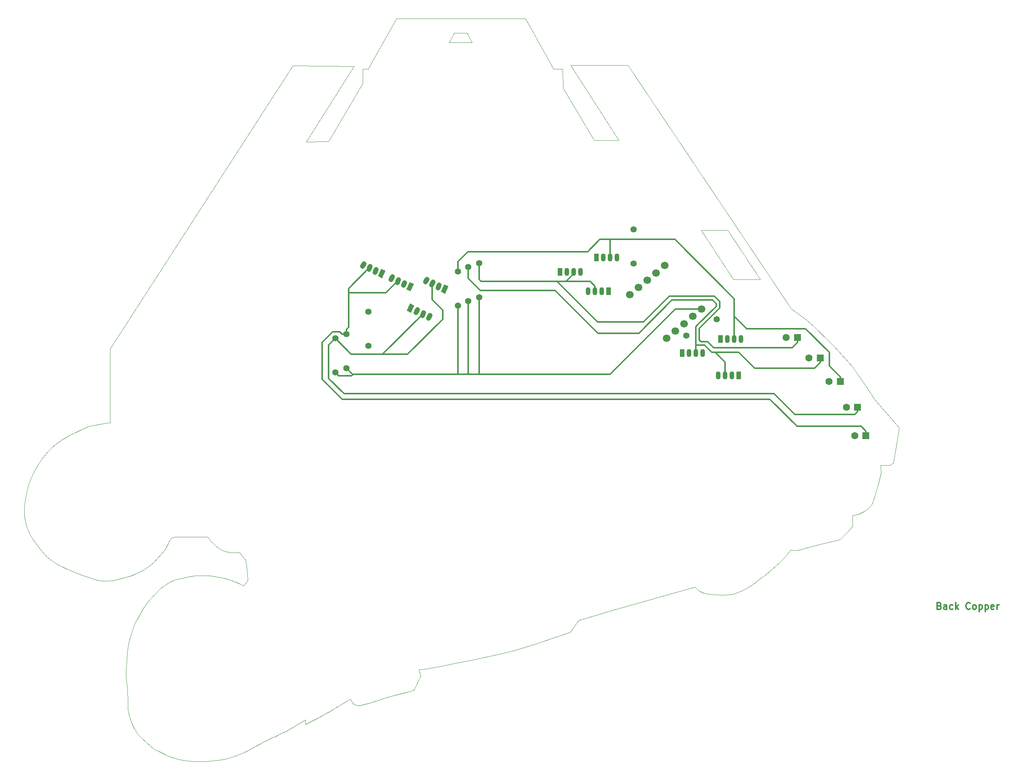
<source format=gbr>
G04 #@! TF.GenerationSoftware,KiCad,Pcbnew,(5.1.0)-1*
G04 #@! TF.CreationDate,2019-07-07T13:32:37-05:00*
G04 #@! TF.ProjectId,3000_Society_Badge_K5,33303030-5f53-46f6-9369-6574795f4261,2*
G04 #@! TF.SameCoordinates,Original*
G04 #@! TF.FileFunction,Copper,L2,Bot*
G04 #@! TF.FilePolarity,Positive*
%FSLAX46Y46*%
G04 Gerber Fmt 4.6, Leading zero omitted, Abs format (unit mm)*
G04 Created by KiCad (PCBNEW (5.1.0)-1) date 2019-07-07 13:32:37*
%MOMM*%
%LPD*%
G04 APERTURE LIST*
G04 #@! TA.AperFunction,NonConductor*
%ADD10C,0.050000*%
G04 #@! TD*
G04 #@! TA.AperFunction,NonConductor*
%ADD11C,0.300000*%
G04 #@! TD*
G04 #@! TA.AperFunction,NonConductor*
%ADD12C,0.036000*%
G04 #@! TD*
G04 #@! TA.AperFunction,ComponentPad*
%ADD13C,1.400000*%
G04 #@! TD*
G04 #@! TA.AperFunction,ComponentPad*
%ADD14C,1.600000*%
G04 #@! TD*
G04 #@! TA.AperFunction,ComponentPad*
%ADD15R,1.600000X1.600000*%
G04 #@! TD*
G04 #@! TA.AperFunction,ComponentPad*
%ADD16O,1.070000X1.800000*%
G04 #@! TD*
G04 #@! TA.AperFunction,ComponentPad*
%ADD17R,1.070000X1.800000*%
G04 #@! TD*
G04 #@! TA.AperFunction,ComponentPad*
%ADD18C,1.070000*%
G04 #@! TD*
G04 #@! TA.AperFunction,Conductor*
%ADD19C,1.070000*%
G04 #@! TD*
G04 #@! TA.AperFunction,Conductor*
%ADD20C,0.100000*%
G04 #@! TD*
G04 #@! TA.AperFunction,ComponentPad*
%ADD21C,1.700000*%
G04 #@! TD*
G04 #@! TA.AperFunction,Conductor*
%ADD22C,0.350000*%
G04 #@! TD*
G04 APERTURE END LIST*
D10*
X208220000Y-78910000D02*
X202213905Y-78911379D01*
X201006095Y-67888621D02*
X208220000Y-78910000D01*
X195010000Y-67890000D02*
X201006095Y-67888621D01*
X202213905Y-78911379D02*
X195010000Y-67890000D01*
X138800000Y-26000000D02*
X139900000Y-23900000D01*
X143900000Y-26000000D02*
X138800000Y-26000000D01*
X142800000Y-23900000D02*
X143900000Y-26000000D01*
X139900000Y-23900000D02*
X142800000Y-23900000D01*
D11*
X248222285Y-151784857D02*
X248436571Y-151856285D01*
X248508000Y-151927714D01*
X248579428Y-152070571D01*
X248579428Y-152284857D01*
X248508000Y-152427714D01*
X248436571Y-152499142D01*
X248293714Y-152570571D01*
X247722285Y-152570571D01*
X247722285Y-151070571D01*
X248222285Y-151070571D01*
X248365142Y-151142000D01*
X248436571Y-151213428D01*
X248508000Y-151356285D01*
X248508000Y-151499142D01*
X248436571Y-151642000D01*
X248365142Y-151713428D01*
X248222285Y-151784857D01*
X247722285Y-151784857D01*
X249865142Y-152570571D02*
X249865142Y-151784857D01*
X249793714Y-151642000D01*
X249650857Y-151570571D01*
X249365142Y-151570571D01*
X249222285Y-151642000D01*
X249865142Y-152499142D02*
X249722285Y-152570571D01*
X249365142Y-152570571D01*
X249222285Y-152499142D01*
X249150857Y-152356285D01*
X249150857Y-152213428D01*
X249222285Y-152070571D01*
X249365142Y-151999142D01*
X249722285Y-151999142D01*
X249865142Y-151927714D01*
X251222285Y-152499142D02*
X251079428Y-152570571D01*
X250793714Y-152570571D01*
X250650857Y-152499142D01*
X250579428Y-152427714D01*
X250508000Y-152284857D01*
X250508000Y-151856285D01*
X250579428Y-151713428D01*
X250650857Y-151642000D01*
X250793714Y-151570571D01*
X251079428Y-151570571D01*
X251222285Y-151642000D01*
X251865142Y-152570571D02*
X251865142Y-151070571D01*
X252008000Y-151999142D02*
X252436571Y-152570571D01*
X252436571Y-151570571D02*
X251865142Y-152142000D01*
X255079428Y-152427714D02*
X255008000Y-152499142D01*
X254793714Y-152570571D01*
X254650857Y-152570571D01*
X254436571Y-152499142D01*
X254293714Y-152356285D01*
X254222285Y-152213428D01*
X254150857Y-151927714D01*
X254150857Y-151713428D01*
X254222285Y-151427714D01*
X254293714Y-151284857D01*
X254436571Y-151142000D01*
X254650857Y-151070571D01*
X254793714Y-151070571D01*
X255008000Y-151142000D01*
X255079428Y-151213428D01*
X255936571Y-152570571D02*
X255793714Y-152499142D01*
X255722285Y-152427714D01*
X255650857Y-152284857D01*
X255650857Y-151856285D01*
X255722285Y-151713428D01*
X255793714Y-151642000D01*
X255936571Y-151570571D01*
X256150857Y-151570571D01*
X256293714Y-151642000D01*
X256365142Y-151713428D01*
X256436571Y-151856285D01*
X256436571Y-152284857D01*
X256365142Y-152427714D01*
X256293714Y-152499142D01*
X256150857Y-152570571D01*
X255936571Y-152570571D01*
X257079428Y-151570571D02*
X257079428Y-153070571D01*
X257079428Y-151642000D02*
X257222285Y-151570571D01*
X257508000Y-151570571D01*
X257650857Y-151642000D01*
X257722285Y-151713428D01*
X257793714Y-151856285D01*
X257793714Y-152284857D01*
X257722285Y-152427714D01*
X257650857Y-152499142D01*
X257508000Y-152570571D01*
X257222285Y-152570571D01*
X257079428Y-152499142D01*
X258436571Y-151570571D02*
X258436571Y-153070571D01*
X258436571Y-151642000D02*
X258579428Y-151570571D01*
X258865142Y-151570571D01*
X259008000Y-151642000D01*
X259079428Y-151713428D01*
X259150857Y-151856285D01*
X259150857Y-152284857D01*
X259079428Y-152427714D01*
X259008000Y-152499142D01*
X258865142Y-152570571D01*
X258579428Y-152570571D01*
X258436571Y-152499142D01*
X260365142Y-152499142D02*
X260222285Y-152570571D01*
X259936571Y-152570571D01*
X259793714Y-152499142D01*
X259722285Y-152356285D01*
X259722285Y-151784857D01*
X259793714Y-151642000D01*
X259936571Y-151570571D01*
X260222285Y-151570571D01*
X260365142Y-151642000D01*
X260436571Y-151784857D01*
X260436571Y-151927714D01*
X259722285Y-152070571D01*
X261079428Y-152570571D02*
X261079428Y-151570571D01*
X261079428Y-151856285D02*
X261150857Y-151713428D01*
X261222285Y-151642000D01*
X261365142Y-151570571D01*
X261508000Y-151570571D01*
D12*
X72909999Y-183773750D02*
X73142500Y-183905001D01*
X78576248Y-186098751D02*
X80222499Y-186398750D01*
X66921248Y-169810625D02*
X67022500Y-171211251D01*
X69129999Y-180117500D02*
X69253749Y-180338751D01*
X93640000Y-184235000D02*
X94419999Y-183822500D01*
X66938125Y-162380000D02*
X66825625Y-164196875D01*
X71260000Y-182307501D02*
X72909999Y-183773750D01*
X92492500Y-184741250D02*
X93126249Y-184490001D01*
X68286249Y-178643750D02*
X68679999Y-179322500D01*
X90234999Y-185592501D02*
X91735000Y-185041251D01*
X67146248Y-172628751D02*
X67135000Y-172906250D01*
X68265625Y-156715625D02*
X67928125Y-157756251D01*
X69795625Y-153695000D02*
X69503125Y-154229375D01*
X67135000Y-172906250D02*
X67078748Y-174650000D01*
X91735000Y-185041251D02*
X92492500Y-184741250D01*
X88802500Y-186005000D02*
X90234999Y-185592501D01*
X70183748Y-181295001D02*
X71260000Y-182307501D01*
X67078748Y-174650000D02*
X67127499Y-174905001D01*
X80222499Y-186398750D02*
X81778750Y-186511250D01*
X73967499Y-184280000D02*
X75535000Y-185037500D01*
X67022500Y-171211251D02*
X67146248Y-172628751D01*
X69503125Y-154229375D02*
X69193748Y-154780625D01*
X66696248Y-167290625D02*
X66797500Y-168297500D01*
X69193748Y-154780625D02*
X68839375Y-155410625D01*
X67558750Y-176817501D02*
X68027499Y-178137500D01*
X68027499Y-178137500D02*
X68286249Y-178643750D01*
X68839375Y-155410625D02*
X68490625Y-156181252D01*
X67050625Y-161609375D02*
X66938125Y-162380000D01*
X67630000Y-158853125D02*
X67410625Y-159680000D01*
X84474999Y-186511250D02*
X87058748Y-186316250D01*
X99332500Y-181227501D02*
X99868750Y-180983750D01*
X68679999Y-179322500D02*
X69129999Y-180117500D01*
X81778750Y-186511250D02*
X84474999Y-186511250D01*
X75958749Y-185236250D02*
X78576248Y-186098751D01*
X66696248Y-166868751D02*
X66696248Y-167290625D01*
X66825625Y-164196875D02*
X66713125Y-166334375D01*
X68490625Y-156181252D02*
X68265625Y-156715625D01*
X73142500Y-183905001D02*
X73967499Y-184280000D01*
X100600000Y-180657500D02*
X101290000Y-180301250D01*
X67410625Y-159680000D02*
X67050625Y-161609375D01*
X95946248Y-182963750D02*
X96767500Y-182525000D01*
X100206250Y-180826250D02*
X100600000Y-180657500D01*
X99868750Y-180983750D02*
X100206250Y-180826250D01*
X98706249Y-181516250D02*
X99332500Y-181227501D01*
X66797500Y-168297500D02*
X66921248Y-169810625D01*
X98064999Y-181850000D02*
X98706249Y-181516250D01*
X97442500Y-182161251D02*
X98064999Y-181850000D01*
X96767500Y-182525000D02*
X97442500Y-182161251D01*
X87058748Y-186316250D02*
X88802500Y-186005000D01*
X95158748Y-183410001D02*
X95946248Y-182963750D01*
X67127499Y-174905001D02*
X67558750Y-176817501D01*
X67928125Y-157756251D02*
X67630000Y-158853125D01*
X94419999Y-183822500D02*
X95158748Y-183410001D01*
X93126249Y-184490001D02*
X93640000Y-184235000D01*
X75535000Y-185037500D02*
X75958749Y-185236250D01*
X66713125Y-166334375D02*
X66696248Y-166868751D01*
X69253749Y-180338751D02*
X70183748Y-181295001D01*
X75938125Y-146826875D02*
X75561248Y-147080000D01*
X80663125Y-145291252D02*
X79498748Y-145516252D01*
X82063748Y-145060625D02*
X81715000Y-145105625D01*
X87188125Y-138755000D02*
X87694375Y-139109375D01*
X84932500Y-145049375D02*
X84043748Y-145010000D01*
X76742500Y-136730000D02*
X76883125Y-136634375D01*
X87750625Y-145426252D02*
X86878748Y-145285625D01*
X86743748Y-138400625D02*
X87188125Y-138755000D01*
X89134375Y-139711252D02*
X89612500Y-139823752D01*
X92515000Y-147085625D02*
X91896248Y-146793125D01*
X85331875Y-136926875D02*
X85686248Y-137388125D01*
X88594375Y-145606252D02*
X87750625Y-145426252D01*
X93752500Y-144610625D02*
X93893125Y-146146252D01*
X90068125Y-146090000D02*
X89325625Y-145831252D01*
X77788748Y-136398125D02*
X80207500Y-136409375D01*
X91896248Y-146793125D02*
X91406875Y-146579375D01*
X87694375Y-139109375D02*
X88105000Y-139362500D01*
X76883125Y-136634375D02*
X77096875Y-136550000D01*
X93893125Y-146146252D02*
X92981875Y-147321875D01*
X91980625Y-139868752D02*
X93482500Y-141685625D01*
X89753125Y-139863125D02*
X91553125Y-139880000D01*
X85686248Y-137388125D02*
X86006875Y-137714375D01*
X77501875Y-136426252D02*
X77788748Y-136398125D01*
X84960625Y-136392500D02*
X85123748Y-136662500D01*
X76849375Y-146337500D02*
X75938125Y-146826875D01*
X90715000Y-146315000D02*
X90068125Y-146090000D01*
X77096875Y-136550000D02*
X77293748Y-136482500D01*
X71415625Y-151169375D02*
X70965625Y-151816252D01*
X76601875Y-136904375D02*
X76742500Y-136730000D01*
X91553125Y-139880000D02*
X91980625Y-139868752D01*
X74503748Y-147867500D02*
X74222500Y-148120625D01*
X75561248Y-147080000D02*
X75083125Y-147417500D01*
X77614375Y-145971875D02*
X77203748Y-146168752D01*
X79498748Y-145516252D02*
X78193748Y-145797500D01*
X88751875Y-139598752D02*
X89134375Y-139711252D01*
X86006875Y-137714375D02*
X86400625Y-138119375D01*
X81715000Y-145105625D02*
X80663125Y-145291252D01*
X85123748Y-136662500D02*
X85331875Y-136926875D01*
X93482500Y-141685625D02*
X93752500Y-144610625D01*
X70150000Y-153048125D02*
X69795625Y-153695000D01*
X80207500Y-136409375D02*
X84960625Y-136392500D01*
X89612500Y-139823752D02*
X89753125Y-139863125D01*
X70543748Y-152418125D02*
X70150000Y-153048125D01*
X70965625Y-151816252D02*
X70543748Y-152418125D01*
X71978125Y-150466252D02*
X71415625Y-151169375D01*
X72591248Y-149780000D02*
X71978125Y-150466252D01*
X86400625Y-138119375D02*
X86743748Y-138400625D01*
X73001875Y-149335625D02*
X72591248Y-149780000D01*
X86878748Y-145285625D02*
X85309375Y-145077500D01*
X73705000Y-148626875D02*
X73001875Y-149335625D01*
X74222500Y-148120625D02*
X73705000Y-148626875D01*
X85309375Y-145077500D02*
X84932500Y-145049375D01*
X88386248Y-139475000D02*
X88751875Y-139598752D01*
X89325625Y-145831252D02*
X88594375Y-145606252D01*
X76444375Y-137185625D02*
X76601875Y-136904375D01*
X88105000Y-139362500D02*
X88386248Y-139475000D01*
X75083125Y-147417500D02*
X74503748Y-147867500D01*
X92981875Y-147321875D02*
X92515000Y-147085625D01*
X84043748Y-145010000D02*
X82862500Y-145021252D01*
X78193748Y-145797500D02*
X77614375Y-145971875D01*
X77203748Y-146168752D02*
X76849375Y-146337500D01*
X82862500Y-145021252D02*
X82063748Y-145060625D01*
X91406875Y-146579375D02*
X90715000Y-146315000D01*
X77293748Y-136482500D02*
X77501875Y-136426252D01*
X44393125Y-133681252D02*
X44488750Y-133996252D01*
X44590000Y-126188752D02*
X44252500Y-127881875D01*
X71100625Y-143440625D02*
X71590000Y-143131252D01*
X75544375Y-138980000D02*
X75853748Y-138434375D01*
X73710625Y-141185000D02*
X74554375Y-140228752D01*
X44843125Y-134918752D02*
X45304375Y-135897500D01*
X76264375Y-137534375D02*
X76444375Y-137185625D01*
X49191249Y-140988125D02*
X49596249Y-141320000D01*
X49247500Y-117395000D02*
X48325000Y-118430000D01*
X76095625Y-137928125D02*
X76264375Y-137534375D01*
X63585625Y-146180000D02*
X64260625Y-146028125D01*
X55609375Y-144470000D02*
X56953749Y-144976252D01*
X44044375Y-131560625D02*
X44196250Y-132556252D01*
X72844375Y-142056875D02*
X73710625Y-141185000D01*
X71944375Y-142861252D02*
X72304375Y-142568752D01*
X54287500Y-143879375D02*
X55609375Y-144470000D01*
X44044375Y-129867500D02*
X44044375Y-131560625D01*
X71590000Y-143131252D02*
X71944375Y-142861252D01*
X70549375Y-143766875D02*
X71100625Y-143440625D01*
X69874375Y-144160625D02*
X70549375Y-143766875D01*
X69261248Y-144464375D02*
X69874375Y-144160625D01*
X68681875Y-144745625D02*
X69261248Y-144464375D01*
X44095000Y-128922500D02*
X44044375Y-129867500D01*
X44252500Y-127881875D02*
X44095000Y-128922500D01*
X52735000Y-114516875D02*
X50987500Y-115715000D01*
X44955625Y-124670000D02*
X44590000Y-126188752D01*
X56953749Y-144976252D02*
X58264375Y-145415000D01*
X47987500Y-118842500D02*
X47297500Y-119877500D01*
X61290625Y-146219375D02*
X62320000Y-146219375D01*
X59980000Y-145983125D02*
X60379375Y-146095625D01*
X45445000Y-136178752D02*
X45979375Y-136994375D01*
X67922500Y-145015625D02*
X68681875Y-144745625D01*
X48454375Y-140200625D02*
X49191249Y-140988125D01*
X64260625Y-146028125D02*
X65076249Y-145831252D01*
X62320000Y-146219375D02*
X63585625Y-146180000D01*
X45304375Y-135897500D02*
X45445000Y-136178752D01*
X47297500Y-119877500D02*
X46607499Y-121002500D01*
X51103749Y-142310000D02*
X51806875Y-142715000D01*
X58264375Y-145415000D02*
X59980000Y-145983125D01*
X67258748Y-145251875D02*
X67922500Y-145015625D01*
X65076249Y-145831252D02*
X66122500Y-145578125D01*
X60379375Y-146095625D02*
X61290625Y-146219375D01*
X47515000Y-139058752D02*
X48454375Y-140200625D01*
X46626249Y-137877500D02*
X47515000Y-139058752D01*
X45979375Y-136994375D02*
X46626249Y-137877500D01*
X45407500Y-123470000D02*
X44955625Y-124670000D01*
X44488750Y-133996252D02*
X44843125Y-134918752D01*
X50147500Y-116457500D02*
X49247500Y-117395000D01*
X46120000Y-121925000D02*
X45745000Y-122705000D01*
X48325000Y-118430000D02*
X47987500Y-118842500D01*
X52583125Y-143120000D02*
X53426875Y-143502500D01*
X74554375Y-140228752D02*
X75122500Y-139542500D01*
X72304375Y-142568752D02*
X72844375Y-142056875D01*
X75853748Y-138434375D02*
X76095625Y-137928125D01*
X44196250Y-132556252D02*
X44393125Y-133681252D01*
X66122500Y-145578125D02*
X67258748Y-145251875D01*
X75122500Y-139542500D02*
X75544375Y-138980000D01*
X50321875Y-141860000D02*
X51103749Y-142310000D01*
X51806875Y-142715000D02*
X52583125Y-143120000D01*
X45745000Y-122705000D02*
X45407500Y-123470000D01*
X49596249Y-141320000D02*
X50321875Y-141860000D01*
X46607499Y-121002500D02*
X46120000Y-121925000D01*
X50987500Y-115715000D02*
X50147500Y-116457500D01*
X53426875Y-143502500D02*
X54287500Y-143879375D01*
X53376249Y-114111875D02*
X52735000Y-114516875D01*
X53983749Y-113746253D02*
X53376249Y-114111875D01*
X55519375Y-113003753D02*
X54585625Y-113453753D01*
X56560000Y-112520000D02*
X55519375Y-113003753D01*
X58468749Y-111721253D02*
X57488125Y-112098125D01*
X117568747Y-31317500D02*
X103978748Y-31193755D01*
X103978748Y-31193755D02*
X63163749Y-94424375D01*
X63131323Y-110892324D02*
X62642500Y-110960000D01*
X59931250Y-111391250D02*
X59331249Y-111507500D01*
X61254999Y-111158750D02*
X60636249Y-111260000D01*
X106920625Y-48147500D02*
X117568747Y-31317500D01*
X127085406Y-20650532D02*
X120735569Y-31916605D01*
X62012500Y-111046250D02*
X61254999Y-111158750D01*
X62642500Y-110960000D02*
X62012500Y-111046250D01*
X63163749Y-94424375D02*
X63131323Y-110892324D01*
X111943747Y-48102500D02*
X106920625Y-48147500D01*
X119486875Y-31910938D02*
X119484999Y-35161251D01*
X120735569Y-31916605D02*
X119486875Y-31910938D01*
X57488125Y-112098125D02*
X56560000Y-112520000D01*
X54585625Y-113453753D02*
X53983749Y-113746253D01*
X59331249Y-111507500D02*
X58468749Y-111721253D01*
X60636249Y-111260000D02*
X59931250Y-111391250D01*
X119484999Y-35161251D02*
X111943747Y-48102500D01*
X227821562Y-135242188D02*
X228839687Y-134024375D01*
X234062500Y-126312500D02*
X234531250Y-124876250D01*
X201288437Y-149282188D02*
X201991562Y-149183752D01*
X210850000Y-143592500D02*
X212552500Y-142115000D01*
X230155000Y-131333750D02*
X231332499Y-130763750D01*
X228955794Y-131598677D02*
X229054264Y-131585971D01*
X214990000Y-139317500D02*
X215125441Y-139347148D01*
X235931323Y-120413265D02*
X237244264Y-120423853D01*
X228921911Y-131593383D02*
X228955794Y-131598677D01*
X214074999Y-140585000D02*
X214465000Y-140082500D01*
X234531250Y-124876250D02*
X234786249Y-123833750D01*
X231332499Y-130763750D02*
X232262500Y-130043750D01*
X234786249Y-123833750D02*
X235138750Y-122183750D01*
X233500000Y-128292500D02*
X234062500Y-126312500D01*
X229686382Y-131434559D02*
X230155000Y-131333750D01*
X205636562Y-147620000D02*
X206210312Y-147262813D01*
X229054264Y-131585971D02*
X229686382Y-131434559D01*
X206210312Y-147262813D02*
X206702500Y-146888752D01*
X204885625Y-148053125D02*
X205636562Y-147620000D01*
X215125441Y-139347148D02*
X215432500Y-139367265D01*
X217344735Y-139181971D02*
X218477676Y-138889736D01*
X237972735Y-119807618D02*
X239260000Y-112013753D01*
X235138750Y-122183750D02*
X235138750Y-121475000D01*
X232262500Y-130043750D02*
X233106250Y-129282500D01*
X235281205Y-120419618D02*
X235931323Y-120413265D01*
X235088500Y-120409030D02*
X235281205Y-120419618D01*
X235138750Y-121475000D02*
X235116029Y-120942677D01*
X223093750Y-137680625D02*
X226046875Y-137000000D01*
X201991562Y-149183752D02*
X202343125Y-149107813D01*
X200115625Y-149324375D02*
X201288437Y-149282188D01*
X233106250Y-129282500D02*
X233500000Y-128292500D01*
X228820000Y-131566252D02*
X228921911Y-131593383D01*
X228839687Y-134024375D02*
X228820000Y-131566252D01*
X216260499Y-139372559D02*
X216592970Y-139340795D01*
X202855000Y-148939063D02*
X203718437Y-148593125D01*
X215432500Y-139367265D02*
X215707794Y-139377853D01*
X197078125Y-149178125D02*
X198132812Y-149285000D01*
X226789375Y-136274375D02*
X227821562Y-135242188D01*
X226046875Y-137000000D02*
X226789375Y-136274375D01*
X208685312Y-145381252D02*
X209171875Y-145007188D01*
X209171875Y-145007188D02*
X210850000Y-143592500D01*
X199342187Y-149341252D02*
X200115625Y-149324375D01*
X215707794Y-139377853D02*
X216260499Y-139372559D01*
X198132812Y-149285000D02*
X199342187Y-149341252D01*
X204407500Y-148292188D02*
X204885625Y-148053125D01*
X217080029Y-139249736D02*
X217344735Y-139181971D01*
X216592970Y-139340795D02*
X217080029Y-139249736D01*
X203718437Y-148593125D02*
X204407500Y-148292188D01*
X214465000Y-140082500D02*
X214990000Y-139317500D01*
X202343125Y-149107813D02*
X202855000Y-148939063D01*
X207138437Y-146559688D02*
X208111562Y-145822813D01*
X206702500Y-146888752D02*
X207138437Y-146559688D01*
X218477676Y-138889736D02*
X223093750Y-137680625D01*
X237244264Y-120423853D02*
X237972735Y-119807618D01*
X235116029Y-120942677D02*
X235088500Y-120409030D01*
X208111562Y-145822813D02*
X208685312Y-145381252D01*
X212552500Y-142115000D02*
X214074999Y-140585000D01*
X102246248Y-179855001D02*
X102519999Y-179720001D01*
X103930000Y-178928750D02*
X104353749Y-178666250D01*
X196335625Y-149071252D02*
X197078125Y-149178125D01*
X110031247Y-176558751D02*
X110417499Y-176333751D01*
X195716875Y-148953125D02*
X196335625Y-149071252D01*
X124360937Y-172372813D02*
X126481562Y-171818751D01*
X110417499Y-176333751D02*
X110950000Y-176026251D01*
X134561875Y-165738125D02*
X136915937Y-165271251D01*
X112401250Y-175212500D02*
X112712499Y-175032500D01*
X194395000Y-148269688D02*
X194695937Y-148503125D01*
X165872499Y-157640000D02*
X167739999Y-155060001D01*
X117585625Y-173824063D02*
X118721875Y-174049063D01*
X108962500Y-177121251D02*
X109581247Y-176791251D01*
X195365312Y-148818125D02*
X195716875Y-148953125D01*
X194695937Y-148503125D02*
X195365312Y-148818125D01*
X162895000Y-158667500D02*
X165872499Y-157640000D01*
X117234062Y-173388125D02*
X117585625Y-173824063D01*
X194133437Y-148044688D02*
X194395000Y-148269688D01*
X110950000Y-176026251D02*
X111362499Y-175790000D01*
X109581247Y-176791251D02*
X110031247Y-176558751D01*
X106768747Y-177203750D02*
X106761249Y-178208750D01*
X167739999Y-155060001D02*
X176293746Y-152525000D01*
X117163747Y-173270000D02*
X117234062Y-173388125D01*
X116743750Y-172595000D02*
X117163747Y-173270000D01*
X111362499Y-175790000D02*
X111744999Y-175576251D01*
X115558749Y-173341251D02*
X116226250Y-172925001D01*
X112975000Y-174882501D02*
X113226247Y-174721251D01*
X101747500Y-180087500D02*
X102246248Y-179855001D01*
X193894375Y-147794375D02*
X194133437Y-148044688D01*
X188511245Y-148981252D02*
X193697500Y-147541252D01*
X129533125Y-170994688D02*
X130987187Y-170586875D01*
X193697500Y-147541252D02*
X193894375Y-147794375D01*
X133746247Y-165850625D02*
X134561875Y-165738125D01*
X176293746Y-152525000D02*
X188511245Y-148981252D01*
X143719375Y-163943751D02*
X150328746Y-162470000D01*
X126481562Y-171818751D02*
X129533125Y-170994688D01*
X113226247Y-174721251D02*
X113552500Y-174533751D01*
X132078437Y-166075625D02*
X133746247Y-165850625D01*
X132500312Y-167434063D02*
X132078437Y-166075625D01*
X102808748Y-179555000D02*
X103480000Y-179165000D01*
X130987187Y-170586875D02*
X132500312Y-167434063D01*
X101290000Y-180301250D02*
X101747500Y-180087500D01*
X123154375Y-172775000D02*
X124360937Y-172372813D01*
X108137500Y-177533751D02*
X108962500Y-177121251D01*
X102519999Y-179720001D02*
X102808748Y-179555000D01*
X114958747Y-173697500D02*
X115558749Y-173341251D01*
X112063750Y-175407500D02*
X112401250Y-175212500D01*
X104353749Y-178666250D02*
X104935000Y-178310000D01*
X114047500Y-174241251D02*
X114546249Y-173941250D01*
X112712499Y-175032500D02*
X112975000Y-174882501D01*
X153492812Y-161702188D02*
X158170000Y-160242500D01*
X103480000Y-179165000D02*
X103930000Y-178928750D01*
X158170000Y-160242500D02*
X162895000Y-158667500D01*
X150328746Y-162470000D02*
X153492812Y-161702188D01*
X118721875Y-174049063D02*
X121081562Y-173452813D01*
X106761249Y-178208750D02*
X108137500Y-177533751D01*
X140161562Y-164641251D02*
X143719375Y-163943751D01*
X136915937Y-165271251D02*
X140161562Y-164641251D01*
X121081562Y-173452813D02*
X123154375Y-172775000D01*
X114546249Y-173941250D02*
X114958747Y-173697500D01*
X116226250Y-172925001D02*
X116743750Y-172595000D01*
X113552500Y-174533751D02*
X114047500Y-174241251D01*
X111744999Y-175576251D02*
X112063750Y-175407500D01*
X104935000Y-178310000D02*
X106768747Y-177203750D01*
X230027499Y-100152501D02*
X228827500Y-98427500D01*
X155807500Y-20650532D02*
X127085406Y-20650532D01*
X162104687Y-31919375D02*
X155807500Y-20650532D01*
X217637500Y-87267500D02*
X216287500Y-86262500D01*
X225707499Y-94947500D02*
X224657500Y-93777500D01*
X164209291Y-36187644D02*
X164174687Y-31919375D01*
X224657500Y-93777500D02*
X223457499Y-92622500D01*
X220142500Y-89367500D02*
X218612500Y-88017500D01*
X171175000Y-47877500D02*
X164209291Y-36187644D01*
X215162500Y-85512500D02*
X178690000Y-31070000D01*
X227882500Y-97347500D02*
X225707499Y-94947500D01*
X239260000Y-112013753D02*
X233747500Y-105668753D01*
X228827500Y-98427500D02*
X227882500Y-97347500D01*
X216287500Y-86262500D02*
X215162500Y-85512500D01*
X165910000Y-31115000D02*
X176687500Y-47877500D01*
X223457499Y-92622500D02*
X220142500Y-89367500D01*
X218612500Y-88017500D02*
X217637500Y-87267500D01*
X232232499Y-103302501D02*
X230027499Y-100152501D01*
X164174687Y-31919375D02*
X162104687Y-31919375D01*
X233747500Y-105668753D02*
X232232499Y-103302501D01*
X176687500Y-47877500D02*
X171175000Y-47877500D01*
X178690000Y-31070000D02*
X165910000Y-31115000D01*
D13*
G04 #@! TO.P,R20,2*
G04 #@! TO.N,Net-(D20-Pad4)*
X198498061Y-87832627D03*
G04 #@! TO.P,R20,1*
G04 #@! TO.N,Net-(IC1-Pad7)*
X191770000Y-91410000D03*
G04 #@! TD*
G04 #@! TO.P,R40,2*
G04 #@! TO.N,Net-(D40-Pad4)*
X180000000Y-75320000D03*
G04 #@! TO.P,R40,1*
G04 #@! TO.N,Net-(IC1-Pad3)*
X180000000Y-67700000D03*
G04 #@! TD*
G04 #@! TO.P,R10,2*
G04 #@! TO.N,Net-(D10-Pad4)*
X120800000Y-86080000D03*
G04 #@! TO.P,R10,1*
G04 #@! TO.N,Net-(IC1-Pad8)*
X120800000Y-93700000D03*
G04 #@! TD*
G04 #@! TO.P,R2,2*
G04 #@! TO.N,Net-(C2-Pad1)*
X113400000Y-92080000D03*
G04 #@! TO.P,R2,1*
G04 #@! TO.N,Net-(IC1-Pad10)*
X113400000Y-99700000D03*
G04 #@! TD*
G04 #@! TO.P,R1,2*
G04 #@! TO.N,Net-(C1-Pad1)*
X115900000Y-91080000D03*
G04 #@! TO.P,R1,1*
G04 #@! TO.N,Net-(IC1-Pad10)*
X115900000Y-98700000D03*
G04 #@! TD*
G04 #@! TO.P,R5,2*
G04 #@! TO.N,Net-(C5-Pad1)*
X145500000Y-75280000D03*
G04 #@! TO.P,R5,1*
G04 #@! TO.N,Net-(IC1-Pad10)*
X145500000Y-82900000D03*
G04 #@! TD*
G04 #@! TO.P,R4,2*
G04 #@! TO.N,Net-(C4-Pad1)*
X143100000Y-76130000D03*
G04 #@! TO.P,R4,1*
G04 #@! TO.N,Net-(IC1-Pad10)*
X143100000Y-83750000D03*
G04 #@! TD*
G04 #@! TO.P,R3,2*
G04 #@! TO.N,Net-(C3-Pad1)*
X140800000Y-77160000D03*
G04 #@! TO.P,R3,1*
G04 #@! TO.N,Net-(IC1-Pad10)*
X140800000Y-84780000D03*
G04 #@! TD*
D14*
G04 #@! TO.P,C1,2*
G04 #@! TO.N,Net-(C1-Pad2)*
X229320000Y-113830000D03*
D15*
G04 #@! TO.P,C1,1*
G04 #@! TO.N,Net-(C1-Pad1)*
X231820000Y-113830000D03*
G04 #@! TD*
D14*
G04 #@! TO.P,C2,2*
G04 #@! TO.N,Net-(C1-Pad2)*
X227470000Y-107410000D03*
D15*
G04 #@! TO.P,C2,1*
G04 #@! TO.N,Net-(C2-Pad1)*
X229970000Y-107410000D03*
G04 #@! TD*
D14*
G04 #@! TO.P,C3,2*
G04 #@! TO.N,Net-(C1-Pad2)*
X223610000Y-101690000D03*
D15*
G04 #@! TO.P,C3,1*
G04 #@! TO.N,Net-(C3-Pad1)*
X226110000Y-101690000D03*
G04 #@! TD*
D14*
G04 #@! TO.P,C4,2*
G04 #@! TO.N,Net-(C1-Pad2)*
X219120000Y-96450000D03*
D15*
G04 #@! TO.P,C4,1*
G04 #@! TO.N,Net-(C4-Pad1)*
X221620000Y-96450000D03*
G04 #@! TD*
D14*
G04 #@! TO.P,C5,2*
G04 #@! TO.N,Net-(C1-Pad2)*
X214040000Y-91890000D03*
D15*
G04 #@! TO.P,C5,1*
G04 #@! TO.N,Net-(C5-Pad1)*
X216540000Y-91890000D03*
G04 #@! TD*
D16*
G04 #@! TO.P,D20,4*
G04 #@! TO.N,Net-(D20-Pad4)*
X203956000Y-92220000D03*
G04 #@! TO.P,D20,3*
G04 #@! TO.N,Net-(C3-Pad1)*
X202432000Y-92220000D03*
G04 #@! TO.P,D20,2*
G04 #@! TO.N,Net-(C1-Pad2)*
X200908000Y-92220000D03*
D17*
G04 #@! TO.P,D20,1*
G04 #@! TO.N,Net-(D20-Pad1)*
X199384000Y-92220000D03*
G04 #@! TD*
D16*
G04 #@! TO.P,D40,4*
G04 #@! TO.N,Net-(D40-Pad4)*
X176266000Y-73980000D03*
G04 #@! TO.P,D40,3*
G04 #@! TO.N,Net-(C3-Pad1)*
X174742000Y-73980000D03*
G04 #@! TO.P,D40,2*
G04 #@! TO.N,Net-(C1-Pad2)*
X173218000Y-73980000D03*
D17*
G04 #@! TO.P,D40,1*
G04 #@! TO.N,Net-(D40-Pad1)*
X171694000Y-73980000D03*
G04 #@! TD*
D18*
G04 #@! TO.P,D10,4*
G04 #@! TO.N,Net-(D10-Pad4)*
X119611664Y-75658807D03*
D19*
G04 #@! TD*
G04 #@! TO.N,Net-(D10-Pad4)*
G04 #@! TO.C,D10*
X119457408Y-75989609D02*
X119765920Y-75328005D01*
D18*
G04 #@! TO.P,D10,3*
G04 #@! TO.N,Net-(C1-Pad1)*
X120992877Y-76302877D03*
D19*
G04 #@! TD*
G04 #@! TO.N,Net-(C1-Pad1)*
G04 #@! TO.C,D10*
X120838621Y-76633679D02*
X121147133Y-75972075D01*
D18*
G04 #@! TO.P,D10,2*
G04 #@! TO.N,Net-(C1-Pad2)*
X122374090Y-76946947D03*
D19*
G04 #@! TD*
G04 #@! TO.N,Net-(C1-Pad2)*
G04 #@! TO.C,D10*
X122219834Y-77277749D02*
X122528346Y-76616145D01*
D18*
G04 #@! TO.P,D10,1*
G04 #@! TO.N,Net-(D10-Pad1)*
X123755303Y-77591018D03*
D20*
G04 #@! TD*
G04 #@! TO.N,Net-(D10-Pad1)*
G04 #@! TO.C,D10*
G36*
X124620534Y-77001442D02*
G01*
X123859821Y-78632796D01*
X122890072Y-78180594D01*
X123650785Y-76549240D01*
X124620534Y-77001442D01*
X124620534Y-77001442D01*
G37*
D18*
G04 #@! TO.P,D11,4*
G04 #@! TO.N,Net-(D10-Pad1)*
X125961664Y-78608807D03*
D19*
G04 #@! TD*
G04 #@! TO.N,Net-(D10-Pad1)*
G04 #@! TO.C,D11*
X125807408Y-78939609D02*
X126115920Y-78278005D01*
D18*
G04 #@! TO.P,D11,3*
G04 #@! TO.N,Net-(C1-Pad1)*
X127342877Y-79252877D03*
D19*
G04 #@! TD*
G04 #@! TO.N,Net-(C1-Pad1)*
G04 #@! TO.C,D11*
X127188621Y-79583679D02*
X127497133Y-78922075D01*
D18*
G04 #@! TO.P,D11,2*
G04 #@! TO.N,Net-(C1-Pad2)*
X128724090Y-79896947D03*
D19*
G04 #@! TD*
G04 #@! TO.N,Net-(C1-Pad2)*
G04 #@! TO.C,D11*
X128569834Y-80227749D02*
X128878346Y-79566145D01*
D18*
G04 #@! TO.P,D11,1*
G04 #@! TO.N,Net-(D11-Pad1)*
X130105303Y-80541018D03*
D20*
G04 #@! TD*
G04 #@! TO.N,Net-(D11-Pad1)*
G04 #@! TO.C,D11*
G36*
X130970534Y-79951442D02*
G01*
X130209821Y-81582796D01*
X129240072Y-81130594D01*
X130000785Y-79499240D01*
X130970534Y-79951442D01*
X130970534Y-79951442D01*
G37*
D18*
G04 #@! TO.P,D12,4*
G04 #@! TO.N,Net-(D11-Pad1)*
X133661664Y-79128807D03*
D19*
G04 #@! TD*
G04 #@! TO.N,Net-(D11-Pad1)*
G04 #@! TO.C,D12*
X133507408Y-79459609D02*
X133815920Y-78798005D01*
D18*
G04 #@! TO.P,D12,3*
G04 #@! TO.N,Net-(C2-Pad1)*
X135042877Y-79772877D03*
D19*
G04 #@! TD*
G04 #@! TO.N,Net-(C2-Pad1)*
G04 #@! TO.C,D12*
X134888621Y-80103679D02*
X135197133Y-79442075D01*
D18*
G04 #@! TO.P,D12,2*
G04 #@! TO.N,Net-(C1-Pad2)*
X136424090Y-80416947D03*
D19*
G04 #@! TD*
G04 #@! TO.N,Net-(C1-Pad2)*
G04 #@! TO.C,D12*
X136269834Y-80747749D02*
X136578346Y-80086145D01*
D18*
G04 #@! TO.P,D12,1*
G04 #@! TO.N,Net-(D12-Pad1)*
X137805303Y-81061018D03*
D20*
G04 #@! TD*
G04 #@! TO.N,Net-(D12-Pad1)*
G04 #@! TO.C,D12*
G36*
X138670534Y-80471442D02*
G01*
X137909821Y-82102796D01*
X136940072Y-81650594D01*
X137700785Y-80019240D01*
X138670534Y-80471442D01*
X138670534Y-80471442D01*
G37*
D18*
G04 #@! TO.P,D13,4*
G04 #@! TO.N,Net-(D12-Pad1)*
X134328336Y-87241193D03*
D19*
G04 #@! TD*
G04 #@! TO.N,Net-(D12-Pad1)*
G04 #@! TO.C,D13*
X134482592Y-86910391D02*
X134174080Y-87571995D01*
D18*
G04 #@! TO.P,D13,3*
G04 #@! TO.N,Net-(C2-Pad1)*
X132947123Y-86597123D03*
D19*
G04 #@! TD*
G04 #@! TO.N,Net-(C2-Pad1)*
G04 #@! TO.C,D13*
X133101379Y-86266321D02*
X132792867Y-86927925D01*
D18*
G04 #@! TO.P,D13,2*
G04 #@! TO.N,Net-(C1-Pad2)*
X131565910Y-85953053D03*
D19*
G04 #@! TD*
G04 #@! TO.N,Net-(C1-Pad2)*
G04 #@! TO.C,D13*
X131720166Y-85622251D02*
X131411654Y-86283855D01*
D18*
G04 #@! TO.P,D13,1*
G04 #@! TO.N,N/C*
X130184697Y-85308982D03*
D20*
G04 #@! TD*
G04 #@! TO.N,N/C*
G04 #@! TO.C,D13*
G36*
X129319466Y-85898558D02*
G01*
X130080179Y-84267204D01*
X131049928Y-84719406D01*
X130289215Y-86350760D01*
X129319466Y-85898558D01*
X129319466Y-85898558D01*
G37*
D16*
G04 #@! TO.P,D21,4*
G04 #@! TO.N,Net-(D20-Pad1)*
X195381000Y-95380000D03*
G04 #@! TO.P,D21,3*
G04 #@! TO.N,Net-(C4-Pad1)*
X193857000Y-95380000D03*
G04 #@! TO.P,D21,2*
G04 #@! TO.N,Net-(C1-Pad2)*
X192333000Y-95380000D03*
D17*
G04 #@! TO.P,D21,1*
G04 #@! TO.N,Net-(D21-Pad1)*
X190809000Y-95380000D03*
G04 #@! TD*
D16*
G04 #@! TO.P,D22,4*
G04 #@! TO.N,Net-(D21-Pad1)*
X198869000Y-100360000D03*
G04 #@! TO.P,D22,3*
G04 #@! TO.N,Net-(C4-Pad1)*
X200393000Y-100360000D03*
G04 #@! TO.P,D22,2*
G04 #@! TO.N,Net-(C1-Pad2)*
X201917000Y-100360000D03*
D17*
G04 #@! TO.P,D22,1*
G04 #@! TO.N,N/C*
X203441000Y-100360000D03*
G04 #@! TD*
D16*
G04 #@! TO.P,D41,4*
G04 #@! TO.N,Net-(D40-Pad1)*
X168141000Y-77250000D03*
G04 #@! TO.P,D41,3*
G04 #@! TO.N,Net-(C5-Pad1)*
X166617000Y-77250000D03*
G04 #@! TO.P,D41,2*
G04 #@! TO.N,Net-(C1-Pad2)*
X165093000Y-77250000D03*
D17*
G04 #@! TO.P,D41,1*
G04 #@! TO.N,Net-(D41-Pad1)*
X163569000Y-77250000D03*
G04 #@! TD*
D16*
G04 #@! TO.P,D42,4*
G04 #@! TO.N,Net-(D41-Pad1)*
X169849000Y-81570000D03*
G04 #@! TO.P,D42,3*
G04 #@! TO.N,Net-(C5-Pad1)*
X171373000Y-81570000D03*
G04 #@! TO.P,D42,2*
G04 #@! TO.N,Net-(C1-Pad2)*
X172897000Y-81570000D03*
D17*
G04 #@! TO.P,D42,1*
G04 #@! TO.N,N/C*
X174421000Y-81570000D03*
G04 #@! TD*
D21*
G04 #@! TO.P,IC1,10*
G04 #@! TO.N,Net-(IC1-Pad10)*
X195117246Y-85539244D03*
G04 #@! TO.P,IC1,9*
G04 #@! TO.N,N/C*
X193171493Y-87171925D03*
G04 #@! TO.P,IC1,8*
G04 #@! TO.N,Net-(IC1-Pad8)*
X191225740Y-88804605D03*
G04 #@! TO.P,IC1,7*
G04 #@! TO.N,Net-(IC1-Pad7)*
X189279988Y-90437286D03*
G04 #@! TO.P,IC1,6*
G04 #@! TO.N,N/C*
X187334235Y-92069966D03*
G04 #@! TO.P,IC1,5*
X179170832Y-82341202D03*
G04 #@! TO.P,IC1,4*
G04 #@! TO.N,Net-(IC1-Pad4)*
X181116585Y-80708521D03*
G04 #@! TO.P,IC1,3*
G04 #@! TO.N,Net-(IC1-Pad3)*
X183062338Y-79075841D03*
G04 #@! TO.P,IC1,2*
G04 #@! TO.N,Net-(C1-Pad2)*
X185008091Y-77443160D03*
G04 #@! TO.P,IC1,1*
G04 #@! TO.N,N/C*
X186953844Y-75810480D03*
G04 #@! TD*
D22*
G04 #@! TO.N,Net-(IC1-Pad10)*
X195117246Y-85539244D02*
X189270756Y-85539244D01*
X189270756Y-85539244D02*
X174760000Y-100050000D01*
X140880000Y-100050000D02*
X119660000Y-100050000D01*
X140800000Y-99800000D02*
X141050000Y-100050000D01*
X140800000Y-84780000D02*
X140800000Y-99800000D01*
X142870000Y-100050000D02*
X141050000Y-100050000D01*
X141050000Y-100050000D02*
X140880000Y-100050000D01*
X143100000Y-99800000D02*
X143350000Y-100050000D01*
X143100000Y-83750000D02*
X143100000Y-99800000D01*
X145180000Y-100050000D02*
X143350000Y-100050000D01*
X143350000Y-100050000D02*
X142870000Y-100050000D01*
X145500000Y-99800000D02*
X145750000Y-100050000D01*
X145500000Y-82900000D02*
X145500000Y-99800000D01*
X174760000Y-100050000D02*
X145750000Y-100050000D01*
X145750000Y-100050000D02*
X145180000Y-100050000D01*
X119660000Y-100050000D02*
X119050000Y-100050000D01*
X117250000Y-100050000D02*
X115900000Y-98700000D01*
X117100001Y-100399999D02*
X117450000Y-100050000D01*
X114099999Y-100399999D02*
X117100001Y-100399999D01*
X113400000Y-99700000D02*
X114099999Y-100399999D01*
X119660000Y-100050000D02*
X117450000Y-100050000D01*
X117450000Y-100050000D02*
X117250000Y-100050000D01*
G04 #@! TO.N,Net-(C1-Pad1)*
X116380000Y-80915754D02*
X120992877Y-76302877D01*
X124685754Y-81910000D02*
X127342877Y-79252877D01*
X112830000Y-90580000D02*
X110470000Y-92940000D01*
X110470000Y-92940000D02*
X110470000Y-101150000D01*
X110470000Y-101150000D02*
X114960000Y-105640000D01*
X114960000Y-105640000D02*
X210400000Y-105640000D01*
X210400000Y-105640000D02*
X216480000Y-111720000D01*
X231820000Y-112780000D02*
X231820000Y-113830000D01*
X230760000Y-111720000D02*
X231820000Y-112780000D01*
X216480000Y-111720000D02*
X230760000Y-111720000D01*
X116380000Y-81910000D02*
X124685754Y-81910000D01*
X116380000Y-81910000D02*
X116380000Y-81720000D01*
X116380000Y-81720000D02*
X116380000Y-80915754D01*
X114410051Y-90580000D02*
X114280000Y-90580000D01*
X114910051Y-91080000D02*
X114410051Y-90580000D01*
X115900000Y-91080000D02*
X114910051Y-91080000D01*
X112830000Y-90580000D02*
X114280000Y-90580000D01*
X114280000Y-90580000D02*
X114420000Y-90580000D01*
X116380000Y-89610051D02*
X116380000Y-88180000D01*
X115900000Y-90090051D02*
X116380000Y-89610051D01*
X115900000Y-91080000D02*
X115900000Y-90090051D01*
X116380000Y-88449949D02*
X116380000Y-88180000D01*
X116380000Y-88180000D02*
X116380000Y-81720000D01*
G04 #@! TO.N,Net-(C2-Pad1)*
X123934246Y-95610000D02*
X132947123Y-86597123D01*
X135042877Y-79772877D02*
X135042877Y-83432877D01*
X135042877Y-83432877D02*
X137370000Y-85760000D01*
X137370000Y-85760000D02*
X137370000Y-87770000D01*
X129530000Y-95610000D02*
X123720000Y-95610000D01*
X137370000Y-87770000D02*
X129530000Y-95610000D01*
X123720000Y-95610000D02*
X123934246Y-95610000D01*
X229970000Y-108460000D02*
X229340000Y-109090000D01*
X229970000Y-107410000D02*
X229970000Y-108460000D01*
X229340000Y-109090000D02*
X215960000Y-109090000D01*
X215960000Y-109090000D02*
X211290000Y-104420000D01*
X211290000Y-104420000D02*
X115340000Y-104420000D01*
X115340000Y-104420000D02*
X111930000Y-101010000D01*
X111930000Y-93550000D02*
X111930000Y-95330000D01*
X113400000Y-92080000D02*
X111930000Y-93550000D01*
X111930000Y-101010000D02*
X111930000Y-95330000D01*
X111930000Y-95330000D02*
X111930000Y-95180051D01*
X116930000Y-95610000D02*
X116990000Y-95610000D01*
X113400000Y-92080000D02*
X116930000Y-95610000D01*
X116990000Y-95610000D02*
X123720000Y-95610000D01*
G04 #@! TO.N,Net-(C3-Pad1)*
X189170000Y-69970000D02*
X202432000Y-83232000D01*
X174742000Y-70078000D02*
X174850000Y-69970000D01*
X174742000Y-73980000D02*
X174742000Y-70078000D01*
X174850000Y-69970000D02*
X189170000Y-69970000D01*
X226110000Y-100640000D02*
X223660000Y-98190000D01*
X226110000Y-101690000D02*
X226110000Y-100640000D01*
X223660000Y-98190000D02*
X223660000Y-95200000D01*
X223660000Y-95200000D02*
X218350000Y-89890000D01*
X205200000Y-89890000D02*
X202432000Y-87122000D01*
X218350000Y-89890000D02*
X205200000Y-89890000D01*
X202432000Y-83232000D02*
X202432000Y-87122000D01*
X202432000Y-87122000D02*
X202432000Y-92220000D01*
X172470000Y-69970000D02*
X174850000Y-69970000D01*
X169740000Y-72700000D02*
X172470000Y-69970000D01*
X143010000Y-72700000D02*
X169740000Y-72700000D01*
X140800000Y-74910000D02*
X143010000Y-72700000D01*
X140800000Y-77160000D02*
X140800000Y-74910000D01*
G04 #@! TO.N,Net-(C4-Pad1)*
X200393000Y-99210000D02*
X200390000Y-99207000D01*
X200393000Y-100360000D02*
X200393000Y-99210000D01*
X200390000Y-99207000D02*
X200390000Y-97380000D01*
X221620000Y-97500000D02*
X220350000Y-98770000D01*
X221620000Y-96450000D02*
X221620000Y-97500000D01*
X220350000Y-98770000D02*
X207000000Y-98770000D01*
X203400000Y-95170000D02*
X198180000Y-95170000D01*
X207000000Y-98770000D02*
X203400000Y-95170000D01*
X200390000Y-97380000D02*
X198180000Y-95170000D01*
X198440000Y-84300000D02*
X198440000Y-84910000D01*
X197620000Y-83480000D02*
X198440000Y-84300000D01*
X145770000Y-81340000D02*
X162440000Y-81340000D01*
X162440000Y-81340000D02*
X172000000Y-90900000D01*
X172000000Y-90900000D02*
X181130000Y-90900000D01*
X181130000Y-90900000D02*
X188550000Y-83480000D01*
X188550000Y-83480000D02*
X197620000Y-83480000D01*
X193857000Y-89493000D02*
X194320000Y-89030000D01*
X198440000Y-84910000D02*
X194320000Y-89030000D01*
X194320000Y-89030000D02*
X194125000Y-89225000D01*
X198180000Y-95170000D02*
X197410000Y-95170000D01*
X195793000Y-93553000D02*
X193857000Y-93553000D01*
X197410000Y-95170000D02*
X195793000Y-93553000D01*
X193857000Y-95380000D02*
X193857000Y-93553000D01*
X193857000Y-93553000D02*
X193857000Y-89493000D01*
X143100000Y-78670000D02*
X143100000Y-76130000D01*
X145770000Y-81340000D02*
X143100000Y-78670000D01*
G04 #@! TO.N,Net-(C5-Pad1)*
X166617000Y-77615000D02*
X166617000Y-77250000D01*
X164872001Y-79359999D02*
X166617000Y-77615000D01*
X170312999Y-79359999D02*
X164299999Y-79359999D01*
X171373000Y-80420000D02*
X170312999Y-79359999D01*
X171373000Y-81570000D02*
X171373000Y-80420000D01*
X164299999Y-79359999D02*
X164872001Y-79359999D01*
X182180000Y-88430000D02*
X171950002Y-88430000D01*
X187940000Y-82670000D02*
X182180000Y-88430000D01*
X171950002Y-88430000D02*
X162880001Y-79359999D01*
X198020000Y-82670000D02*
X187940000Y-82670000D01*
X199180000Y-85260000D02*
X199180000Y-83830000D01*
X194600000Y-92410000D02*
X194600000Y-89840000D01*
X194600000Y-89840000D02*
X199180000Y-85260000D01*
X194980000Y-92790000D02*
X194600000Y-92410000D01*
X196500000Y-92790000D02*
X194980000Y-92790000D01*
X162880001Y-79359999D02*
X164299999Y-79359999D01*
X145909999Y-79359999D02*
X162880001Y-79359999D01*
X199180000Y-83830000D02*
X198020000Y-82670000D01*
X216540000Y-91890000D02*
X216540000Y-92940000D01*
X216540000Y-92940000D02*
X215340000Y-94140000D01*
X215340000Y-94140000D02*
X197850000Y-94140000D01*
X197850000Y-94140000D02*
X196500000Y-92790000D01*
X145500000Y-78950000D02*
X145500000Y-75280000D01*
X145909999Y-79359999D02*
X145500000Y-78950000D01*
G04 #@! TD*
M02*

</source>
